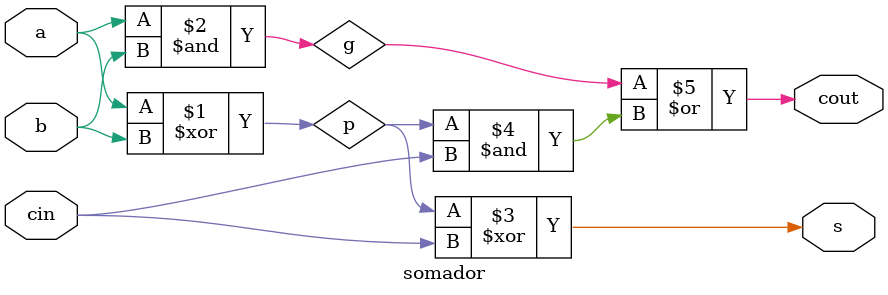
<source format=sv>
module somador(a,b,cin,cout,s);
	input logic a,b,cin;
	output logic cout, s;
	
	logic p, g;
	
	assign p = a^b;
	assign g = a&b;
	
	assign s = p^cin;
	assign cout = g|(p&cin);
endmodule
</source>
